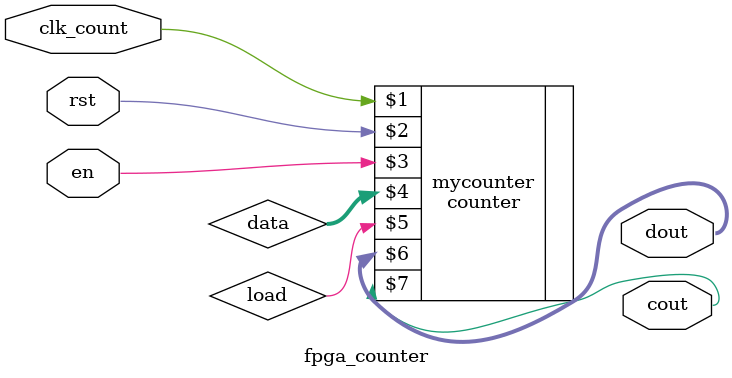
<source format=v>
`timescale 1ns / 1ps


module fpga_counter(
    input clk_count,
    input rst,
    input en,
    output [3:0]dout,
    output cout
    );
    
    reg [3:0]data;//load data
    reg load;     //choose load
    
    counter #(2,9) mycounter(clk_count,rst,en,data,load,dout,cout);
    
    
endmodule

</source>
